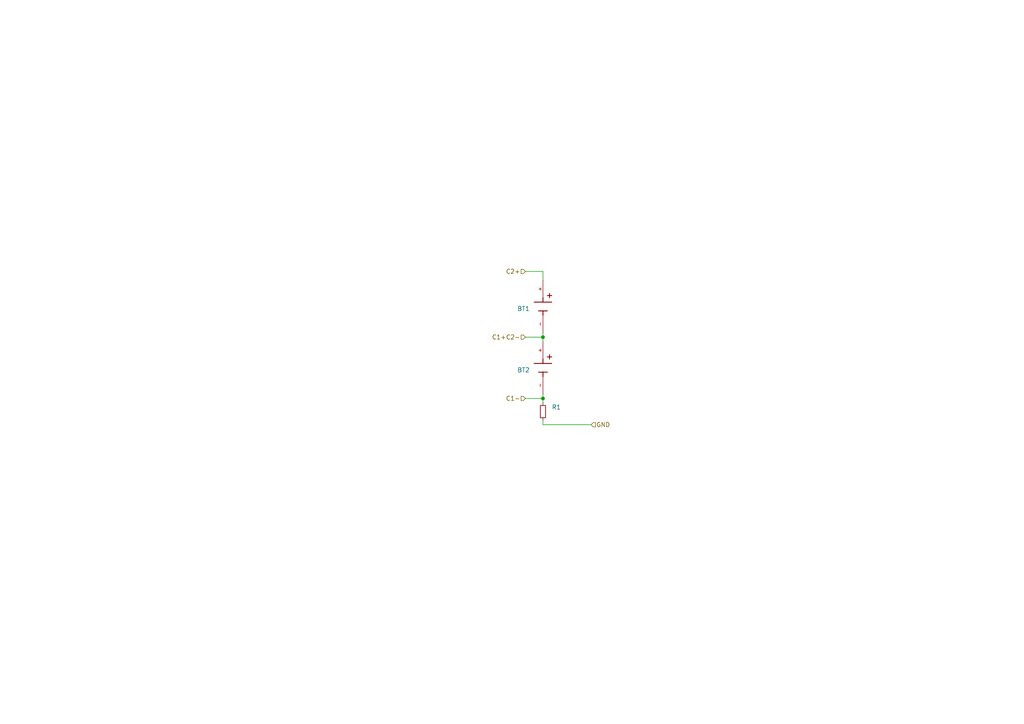
<source format=kicad_sch>
(kicad_sch (version 20211123) (generator eeschema)

  (uuid 1895faed-13c7-4877-930c-ef39a1d7419c)

  (paper "A4")

  (lib_symbols
    (symbol "Device:R_Small" (pin_numbers hide) (pin_names (offset 0.254) hide) (in_bom yes) (on_board yes)
      (property "Reference" "R" (id 0) (at 0.762 0.508 0)
        (effects (font (size 1.27 1.27)) (justify left))
      )
      (property "Value" "R_Small" (id 1) (at 0.762 -1.016 0)
        (effects (font (size 1.27 1.27)) (justify left))
      )
      (property "Footprint" "" (id 2) (at 0 0 0)
        (effects (font (size 1.27 1.27)) hide)
      )
      (property "Datasheet" "~" (id 3) (at 0 0 0)
        (effects (font (size 1.27 1.27)) hide)
      )
      (property "ki_keywords" "R resistor" (id 4) (at 0 0 0)
        (effects (font (size 1.27 1.27)) hide)
      )
      (property "ki_description" "Resistor, small symbol" (id 5) (at 0 0 0)
        (effects (font (size 1.27 1.27)) hide)
      )
      (property "ki_fp_filters" "R_*" (id 6) (at 0 0 0)
        (effects (font (size 1.27 1.27)) hide)
      )
      (symbol "R_Small_0_1"
        (rectangle (start -0.762 1.778) (end 0.762 -1.778)
          (stroke (width 0.2032) (type default) (color 0 0 0 0))
          (fill (type none))
        )
      )
      (symbol "R_Small_1_1"
        (pin passive line (at 0 2.54 270) (length 0.762)
          (name "~" (effects (font (size 1.27 1.27))))
          (number "1" (effects (font (size 1.27 1.27))))
        )
        (pin passive line (at 0 -2.54 90) (length 0.762)
          (name "~" (effects (font (size 1.27 1.27))))
          (number "2" (effects (font (size 1.27 1.27))))
        )
      )
    )
    (symbol "b104:BHAA-3-G" (pin_names (offset 1.016)) (in_bom yes) (on_board yes)
      (property "Reference" "BT" (id 0) (at -3.81 3.81 0)
        (effects (font (size 1.27 1.27)) (justify left bottom))
      )
      (property "Value" "BHAA-3-G" (id 1) (at -3.81 -5.08 0)
        (effects (font (size 1.27 1.27)) (justify left bottom))
      )
      (property "Footprint" "BAT_BHAA-3-G" (id 2) (at 0 0 0)
        (effects (font (size 1.27 1.27)) (justify bottom) hide)
      )
      (property "Datasheet" "" (id 3) (at 0 0 0)
        (effects (font (size 1.27 1.27)) hide)
      )
      (property "MAXIMUM_PACKAGE_HEIGHT" "19.81mm" (id 4) (at 0 0 0)
        (effects (font (size 1.27 1.27)) (justify bottom) hide)
      )
      (property "PARTREV" "C" (id 5) (at 0 0 0)
        (effects (font (size 1.27 1.27)) (justify bottom) hide)
      )
      (property "STANDARD" "Manufacturer Recommendations" (id 6) (at 0 0 0)
        (effects (font (size 1.27 1.27)) (justify bottom) hide)
      )
      (property "MANUFACTURER" "MPD" (id 7) (at 0 0 0)
        (effects (font (size 1.27 1.27)) (justify bottom) hide)
      )
      (symbol "BHAA-3-G_0_0"
        (polyline
          (pts
            (xy -3.81 1.905)
            (xy -2.54 1.905)
          )
          (stroke (width 0.254) (type default) (color 0 0 0 0))
          (fill (type none))
        )
        (polyline
          (pts
            (xy -3.175 2.54)
            (xy -3.175 1.27)
          )
          (stroke (width 0.254) (type default) (color 0 0 0 0))
          (fill (type none))
        )
        (polyline
          (pts
            (xy -1.27 0)
            (xy -2.54 0)
          )
          (stroke (width 0.254) (type default) (color 0 0 0 0))
          (fill (type none))
        )
        (polyline
          (pts
            (xy -1.27 0)
            (xy -1.27 -2.54)
          )
          (stroke (width 0.254) (type default) (color 0 0 0 0))
          (fill (type none))
        )
        (polyline
          (pts
            (xy -1.27 2.54)
            (xy -1.27 0)
          )
          (stroke (width 0.254) (type default) (color 0 0 0 0))
          (fill (type none))
        )
        (polyline
          (pts
            (xy 1.27 0)
            (xy 1.27 -1.27)
          )
          (stroke (width 0.254) (type default) (color 0 0 0 0))
          (fill (type none))
        )
        (polyline
          (pts
            (xy 1.27 0)
            (xy 2.54 0)
          )
          (stroke (width 0.254) (type default) (color 0 0 0 0))
          (fill (type none))
        )
        (polyline
          (pts
            (xy 1.27 1.27)
            (xy 1.27 0)
          )
          (stroke (width 0.254) (type default) (color 0 0 0 0))
          (fill (type none))
        )
        (pin passive line (at -7.62 0 0) (length 5.08)
          (name "~" (effects (font (size 1.016 1.016))))
          (number "+" (effects (font (size 1.016 1.016))))
        )
        (pin passive line (at 7.62 0 180) (length 5.08)
          (name "~" (effects (font (size 1.016 1.016))))
          (number "-" (effects (font (size 1.016 1.016))))
        )
      )
    )
  )

  (junction (at 157.48 97.79) (diameter 0) (color 0 0 0 0)
    (uuid dbb7c3c2-68e6-441d-b99d-4041fdabe839)
  )
  (junction (at 157.48 115.57) (diameter 0) (color 0 0 0 0)
    (uuid f94f2b5f-c918-4311-83fc-269e49932c33)
  )

  (wire (pts (xy 152.4 97.79) (xy 157.48 97.79))
    (stroke (width 0) (type default) (color 0 0 0 0))
    (uuid 012b4833-3766-4a85-8776-45d2270da78f)
  )
  (wire (pts (xy 152.4 78.74) (xy 157.48 78.74))
    (stroke (width 0) (type default) (color 0 0 0 0))
    (uuid 5282b7a7-a8ce-4ea3-abab-9014c33c0ffc)
  )
  (wire (pts (xy 157.48 115.57) (xy 157.48 116.84))
    (stroke (width 0) (type default) (color 0 0 0 0))
    (uuid a1ef51bd-96fb-4511-9b39-b7de893662c1)
  )
  (wire (pts (xy 152.4 115.57) (xy 157.48 115.57))
    (stroke (width 0) (type default) (color 0 0 0 0))
    (uuid afbe2b60-fced-4fbc-b14c-32fe3fe0e8b3)
  )
  (wire (pts (xy 157.48 78.74) (xy 157.48 81.28))
    (stroke (width 0) (type default) (color 0 0 0 0))
    (uuid b3c8e0d0-3959-4740-be63-e3bf79c73f21)
  )
  (wire (pts (xy 157.48 97.79) (xy 157.48 99.06))
    (stroke (width 0) (type default) (color 0 0 0 0))
    (uuid b7170d3f-df0a-4e46-81ae-fec237d6c986)
  )
  (wire (pts (xy 157.48 121.92) (xy 157.48 123.19))
    (stroke (width 0) (type default) (color 0 0 0 0))
    (uuid bd55e8c5-bcd5-47e6-8671-a18427186fa7)
  )
  (wire (pts (xy 157.48 96.52) (xy 157.48 97.79))
    (stroke (width 0) (type default) (color 0 0 0 0))
    (uuid ec37a181-564d-4f80-8a39-740325bdcfc3)
  )
  (wire (pts (xy 157.48 114.3) (xy 157.48 115.57))
    (stroke (width 0) (type default) (color 0 0 0 0))
    (uuid edd93679-d0d6-4b3f-b5de-7b8908b09af6)
  )
  (wire (pts (xy 157.48 123.19) (xy 171.45 123.19))
    (stroke (width 0) (type default) (color 0 0 0 0))
    (uuid f8434746-eb81-483a-b6d6-b8831ef1a249)
  )

  (hierarchical_label "C1-" (shape input) (at 152.4 115.57 180)
    (effects (font (size 1.27 1.27)) (justify right))
    (uuid 04018375-1933-4505-88bf-d706a57e09d7)
  )
  (hierarchical_label "GND" (shape input) (at 171.45 123.19 0)
    (effects (font (size 1.27 1.27)) (justify left))
    (uuid 3a157695-9c71-4123-9d47-e9f157bde643)
  )
  (hierarchical_label "C1+C2-" (shape input) (at 152.4 97.79 180)
    (effects (font (size 1.27 1.27)) (justify right))
    (uuid 62850875-ac71-4b04-ad7d-2a2f1255ef04)
  )
  (hierarchical_label "C2+" (shape input) (at 152.4 78.74 180)
    (effects (font (size 1.27 1.27)) (justify right))
    (uuid be77ceea-9b12-4af9-a8ea-44d4a37f0912)
  )

  (symbol (lib_id "b104:BHAA-3-G") (at 157.48 88.9 270) (unit 1)
    (in_bom yes) (on_board yes) (fields_autoplaced)
    (uuid 685aadd6-d5f3-4d3d-afc5-1c0fdb702e4a)
    (property "Reference" "BT1" (id 0) (at 153.67 89.5351 90)
      (effects (font (size 1.27 1.27)) (justify right))
    )
    (property "Value" "" (id 1) (at 153.67 86.9951 90)
      (effects (font (size 1.27 1.27)) (justify right))
    )
    (property "Footprint" "" (id 2) (at 157.48 88.9 0)
      (effects (font (size 1.27 1.27)) (justify bottom) hide)
    )
    (property "Datasheet" "" (id 3) (at 157.48 88.9 0)
      (effects (font (size 1.27 1.27)) hide)
    )
    (property "MPN" "BHAA-3-G" (id 4) (at 157.48 88.9 90)
      (effects (font (size 1.27 1.27)) hide)
    )
    (property "Digi-Key_PN" "BHAA-3-G-ND" (id 5) (at 157.48 88.9 90)
      (effects (font (size 1.27 1.27)) hide)
    )
    (pin "+" (uuid 373a5703-6438-4764-97f0-881d0ee9fa93))
    (pin "-" (uuid 9b9631a4-b6a6-4534-b8dd-6cc79b8608a9))
  )

  (symbol (lib_id "b104:BHAA-3-G") (at 157.48 106.68 270) (unit 1)
    (in_bom yes) (on_board yes) (fields_autoplaced)
    (uuid bb96c538-8ae1-467a-98ff-e52228aa2df7)
    (property "Reference" "BT2" (id 0) (at 153.67 107.3151 90)
      (effects (font (size 1.27 1.27)) (justify right))
    )
    (property "Value" "" (id 1) (at 153.67 104.7751 90)
      (effects (font (size 1.27 1.27)) (justify right))
    )
    (property "Footprint" "" (id 2) (at 157.48 106.68 0)
      (effects (font (size 1.27 1.27)) (justify bottom) hide)
    )
    (property "Datasheet" "" (id 3) (at 157.48 106.68 0)
      (effects (font (size 1.27 1.27)) hide)
    )
    (property "MPN" "BHAA-3-G" (id 4) (at 157.48 106.68 90)
      (effects (font (size 1.27 1.27)) hide)
    )
    (property "Digi-Key_PN" "BHAA-3-G-ND" (id 5) (at 157.48 106.68 90)
      (effects (font (size 1.27 1.27)) hide)
    )
    (pin "+" (uuid d98b456a-0794-4e3a-931c-c3e4008162af))
    (pin "-" (uuid d0a09a7a-6d73-4f3b-be11-7fcea2335e2e))
  )

  (symbol (lib_id "Device:R_Small") (at 157.48 119.38 0) (unit 1)
    (in_bom yes) (on_board yes) (fields_autoplaced)
    (uuid fd858b6b-51cd-4a9b-ab36-626cab6f3be4)
    (property "Reference" "R1" (id 0) (at 160.02 118.1099 0)
      (effects (font (size 1.27 1.27)) (justify left))
    )
    (property "Value" "" (id 1) (at 160.02 120.6499 0)
      (effects (font (size 1.27 1.27)) (justify left))
    )
    (property "Footprint" "" (id 2) (at 157.48 119.38 0)
      (effects (font (size 1.27 1.27)) hide)
    )
    (property "Datasheet" "~" (id 3) (at 157.48 119.38 0)
      (effects (font (size 1.27 1.27)) hide)
    )
    (pin "1" (uuid cb121ded-7ac5-45e6-a3e9-d87806abccfe))
    (pin "2" (uuid 889ab22f-908d-470a-a7b7-587ce6649695))
  )
)

</source>
